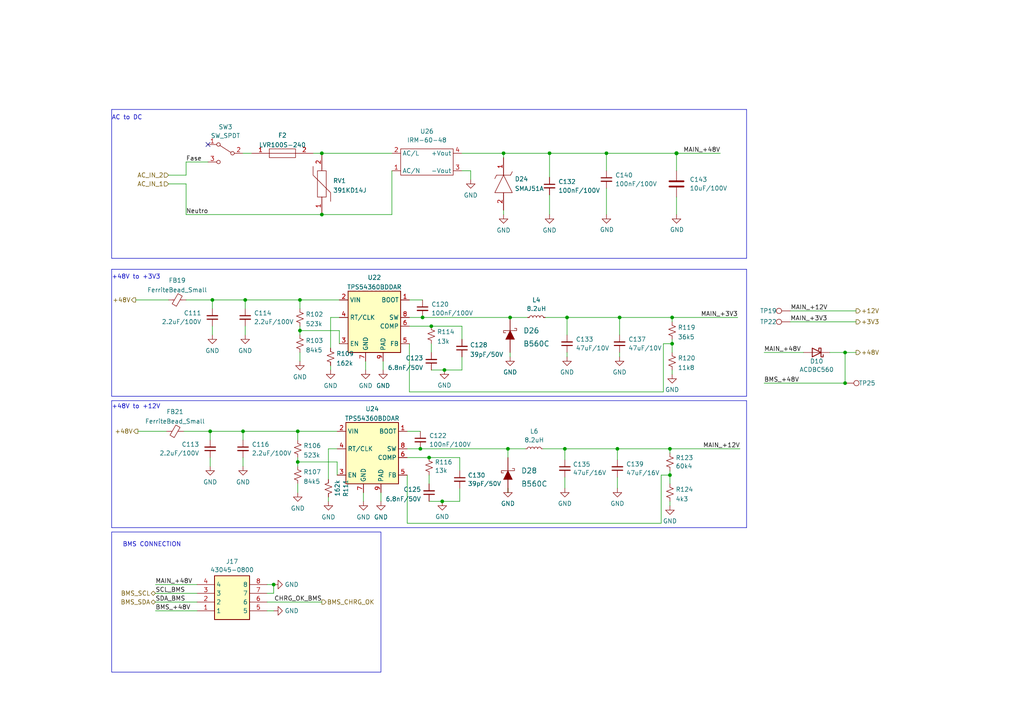
<source format=kicad_sch>
(kicad_sch (version 20230121) (generator eeschema)
  (paper "A4")
  (lib_symbols
    (symbol "B560C-13-F_1" (pin_numbers hide) (pin_names (offset 0) hide)
      (property "Reference" "D11" (at 1.27 -3.81 90))
      (property "Value" "B560C" (at -2.54 -3.81 90))
      (symbol "B560C-13-F_1_0_1"
        (polyline (pts (xy 1.27 1.27) (xy 1.27 -1.27)))
        (polyline (pts (xy -1.27 1.27) (xy -1.27 -1.27) (xy 1.27 0) (xy -1.27 1.27)) (fill (type outline)))
        (polyline (pts (xy 1.27 -1.27) (xy 1.27 -1.905) (xy 1.905 -1.905) (xy 1.905 -1.27)))
        (polyline (pts (xy 1.27 1.27) (xy 1.27 1.905) (xy 0.635 1.905) (xy 0.635 1.27)))
      )
      (symbol "B560C-13-F_1_1_1"
        (pin passive line (at 5.08 0 180) (length 3.81) (name "K") (number "1"))
        (pin passive line (at -5.08 0 0) (length 3.81) (name "A") (number "2"))
      )
    )
    (symbol "Connector:43045-0800"
      (property "Reference" "J" (at 16.51 7.62 0))
      (property "Value" "43045-0800" (at 16.51 5.08 0))
      (symbol "43045-0800_1_1"
        (rectangle (start 5.08 2.54) (end 15.24 -10.16) (stroke (width 0.254)) (fill (type background)))
        (pin passive line (at 0 -7.62 0) (length 5.08) (name "1") (number "1"))
        (pin passive line (at 0 -5.08 0) (length 5.08) (name "2") (number "2"))
        (pin passive line (at 0 -2.54 0) (length 5.08) (name "3") (number "3"))
        (pin passive line (at 0 0 0) (length 5.08) (name "4") (number "4"))
        (pin passive line (at 20.32 -7.62 180) (length 5.08) (name "5") (number "5"))
        (pin passive line (at 20.32 -5.08 180) (length 5.08) (name "6") (number "6"))
        (pin passive line (at 20.32 -2.54 180) (length 5.08) (name "7") (number "7"))
        (pin passive line (at 20.32 0 180) (length 5.08) (name "8") (number "8"))
      )
    )
    (symbol "Connector:TestPoint" (pin_numbers hide) (pin_names (offset 0.762) hide)
      (property "Reference" "TP" (at 0 6.858 0))
      (property "Value" "TestPoint" (at 0 5.08 0))
      (symbol "TestPoint_0_1"
        (circle (center 0 3.302) (radius 0.762))
      )
      (symbol "TestPoint_1_1"
        (pin passive line (at 0 0 90) (length 2.54) (name "1") (number "1"))
      )
    )
    (symbol "Device:C" (pin_numbers hide) (pin_names (offset 0.254))
      (property "Reference" "C" (at 0.635 2.54 0))
      (property "Value" "C" (at 0.635 -2.54 0))
      (symbol "C_0_1"
        (polyline (pts (xy -2.032 -0.762) (xy 2.032 -0.762)) (stroke (width 0.508)))
        (polyline (pts (xy -2.032 0.762) (xy 2.032 0.762)) (stroke (width 0.508)))
      )
      (symbol "C_1_1"
        (pin passive line (at 0 3.81 270) (length 2.794) (name "~") (number "1"))
        (pin passive line (at 0 -3.81 90) (length 2.794) (name "~") (number "2"))
      )
    )
    (symbol "Device:C_Small" (pin_numbers hide) (pin_names (offset 0.254) hide)
      (property "Reference" "C" (at 0.254 1.778 0))
      (property "Value" "C_Small" (at 0.254 -2.032 0))
      (symbol "C_Small_0_1"
        (polyline (pts (xy -1.524 -0.508) (xy 1.524 -0.508)) (stroke (width 0.3302)))
        (polyline (pts (xy -1.524 0.508) (xy 1.524 0.508)) (stroke (width 0.3048)))
      )
      (symbol "C_Small_1_1"
        (pin passive line (at 0 2.54 270) (length 2.032) (name "~") (number "1"))
        (pin passive line (at 0 -2.54 90) (length 2.032) (name "~") (number "2"))
      )
    )
    (symbol "Device:D_Schottky" (pin_numbers hide) (pin_names (offset 1.016) hide)
      (property "Reference" "D" (at 0 2.54 0))
      (property "Value" "D_Schottky" (at 0 -2.54 0))
      (symbol "D_Schottky_0_1"
        (polyline (pts (xy 1.27 0) (xy -1.27 0)))
        (polyline (pts (xy 1.27 1.27) (xy 1.27 -1.27) (xy -1.27 0) (xy 1.27 1.27)) (stroke (width 0.254)))
        (polyline (pts (xy -1.905 0.635) (xy -1.905 1.27) (xy -1.27 1.27) (xy -1.27 -1.27) (xy -0.635 -1.27) (xy -0.635 -0.635)) (stroke (width 0.254)))
      )
      (symbol "D_Schottky_1_1"
        (pin passive line (at -3.81 0 0) (length 2.54) (name "K") (number "1"))
        (pin passive line (at 3.81 0 180) (length 2.54) (name "A") (number "2"))
      )
    )
    (symbol "Device:FerriteBead_Small" (pin_numbers hide) (pin_names (offset 0))
      (property "Reference" "FB" (at 1.905 1.27 0))
      (property "Value" "FerriteBead_Small" (at 1.905 -1.27 0))
      (symbol "FerriteBead_Small_0_1"
        (polyline (pts (xy 0 -1.27) (xy 0 -0.7874)))
        (polyline (pts (xy 0 0.889) (xy 0 1.2954)))
        (polyline (pts (xy -1.8288 0.2794) (xy -1.1176 1.4986) (xy 1.8288 -0.2032) (xy 1.1176 -1.4224) (xy -1.8288 0.2794)))
      )
      (symbol "FerriteBead_Small_1_1"
        (pin passive line (at 0 2.54 270) (length 1.27) (name "~") (number "1"))
        (pin passive line (at 0 -2.54 90) (length 1.27) (name "~") (number "2"))
      )
    )
    (symbol "Device:R_Small_US" (pin_numbers hide) (pin_names (offset 0.254) hide)
      (property "Reference" "R" (at 0.762 0.508 0))
      (property "Value" "R_Small_US" (at 0.762 -1.016 0))
      (symbol "R_Small_US_1_1"
        (polyline (pts (xy 0 0) (xy 1.016 -0.381) (xy 0 -0.762) (xy -1.016 -1.143) (xy 0 -1.524)))
        (polyline (pts (xy 0 1.524) (xy 1.016 1.143) (xy 0 0.762) (xy -1.016 0.381) (xy 0 0)))
        (pin passive line (at 0 2.54 270) (length 1.016) (name "~") (number "1"))
        (pin passive line (at 0 -2.54 90) (length 1.016) (name "~") (number "2"))
      )
    )
    (symbol "Power_Protection:ERZ-E11A391SC" (pin_names (offset 0.762))
      (property "Reference" "RV" (at 13.97 6.35 0))
      (property "Value" "ERZ-E11A391SC" (at 13.97 3.81 0))
      (symbol "ERZ-E11A391SC_0_0"
        (pin passive line (at 0 0 0) (length 5.08) (name "~") (number "1"))
        (pin passive line (at 17.78 0 180) (length 5.08) (name "~") (number "2"))
      )
      (symbol "ERZ-E11A391SC_0_1"
        (polyline (pts (xy 3.81 -2.54) (xy 6.35 -2.54) (xy 11.43 2.54) (xy 13.97 2.54)) (stroke (width 0.1524)))
        (polyline (pts (xy 5.08 1.27) (xy 12.7 1.27) (xy 12.7 -1.27) (xy 5.08 -1.27) (xy 5.08 1.27)) (stroke (width 0.1524)))
      )
    )
    (symbol "Power_Protection:LVR100S-240" (pin_names (offset 0.762))
      (property "Reference" "F" (at 13.97 6.35 0))
      (property "Value" "LVR100S-240" (at 13.97 3.81 0))
      (symbol "LVR100S-240_0_0"
        (pin passive line (at 0 0 0) (length 5.08) (name "~") (number "1"))
        (pin passive line (at 17.78 0 180) (length 5.08) (name "~") (number "2"))
      )
      (symbol "LVR100S-240_0_1"
        (polyline (pts (xy 5.08 0) (xy 12.7 0)) (stroke (width 0.1524)))
        (polyline (pts (xy 5.08 1.27) (xy 12.7 1.27) (xy 12.7 -1.27) (xy 5.08 -1.27) (xy 5.08 1.27)) (stroke (width 0.1524)))
      )
    )
    (symbol "Power_Protection:SMAJ58A" (pin_names (offset 0.762))
      (property "Reference" "D" (at 10.16 8.89 0))
      (property "Value" "SMAJ58A" (at 10.16 6.35 0))
      (symbol "SMAJ58A_0_0"
        (pin passive line (at 0 0 0) (length 5.08) (name "~") (number "1"))
        (pin passive line (at 15.24 0 180) (length 5.08) (name "~") (number "2"))
      )
      (symbol "SMAJ58A_0_1"
        (polyline (pts (xy 4.064 2.54) (xy 5.08 2.032)) (stroke (width 0.1524)))
        (polyline (pts (xy 5.08 -2.032) (xy 5.08 2.032)) (stroke (width 0.1524)))
        (polyline (pts (xy 5.08 -2.032) (xy 6.096 -2.54)) (stroke (width 0.1524)))
        (polyline (pts (xy 5.08 0) (xy 10.16 2.54) (xy 10.16 -2.54) (xy 5.08 0)) (stroke (width 0.1524)))
      )
    )
    (symbol "device:C_Small" (pin_numbers hide) (pin_names (offset 0.254) hide)
      (property "Reference" "C" (at 0.254 1.778 0))
      (property "Value" "C_Small" (at 0.254 -2.032 0))
      (symbol "C_Small_0_1"
        (polyline (pts (xy -1.524 -0.508) (xy 1.524 -0.508)) (stroke (width 0.3302)))
        (polyline (pts (xy -1.524 0.508) (xy 1.524 0.508)) (stroke (width 0.3048)))
      )
      (symbol "C_Small_1_1"
        (pin passive line (at 0 2.54 270) (length 2.032) (name "~") (number "1"))
        (pin passive line (at 0 -2.54 90) (length 2.032) (name "~") (number "2"))
      )
    )
    (symbol "device:L_Small" (pin_numbers hide) (pin_names (offset 0.254) hide)
      (property "Reference" "L" (at 0.762 1.016 0))
      (property "Value" "L_Small" (at 0.762 -1.016 0))
      (symbol "L_Small_0_1"
        (arc (start 0 -2.032) (mid 0.5058 -1.524) (end 0 -1.016))
        (arc (start 0 -1.016) (mid 0.5058 -0.508) (end 0 0))
        (arc (start 0 0) (mid 0.5058 0.508) (end 0 1.016))
        (arc (start 0 1.016) (mid 0.5058 1.524) (end 0 2.032))
      )
      (symbol "L_Small_1_1"
        (pin passive line (at 0 2.54 270) (length 0.508) (name "~") (number "1"))
        (pin passive line (at 0 -2.54 90) (length 0.508) (name "~") (number "2"))
      )
    )
    (symbol "dk_Diodes-Rectifiers-Single:B560C-13-F" (pin_numbers hide) (pin_names (offset 0) hide)
      (property "Reference" "D" (at 0 2.54 0))
      (property "Value" "B560C-13-F" (at 1.27 -3.81 0))
      (symbol "B560C-13-F_0_1"
        (polyline (pts (xy 1.27 1.27) (xy 1.27 -1.27)))
        (polyline (pts (xy -1.27 1.27) (xy -1.27 -1.27) (xy 1.27 0) (xy -1.27 1.27)) (fill (type outline)))
        (polyline (pts (xy 1.27 -1.27) (xy 1.27 -1.905) (xy 1.905 -1.905) (xy 1.905 -1.27)))
        (polyline (pts (xy 1.27 1.27) (xy 1.27 1.905) (xy 0.635 1.905) (xy 0.635 1.27)))
      )
      (symbol "B560C-13-F_1_1"
        (pin passive line (at -5.08 0 0) (length 3.81) (name "~") (number "A"))
        (pin passive line (at 5.08 0 180) (length 3.81) (name "~") (number "K"))
      )
    )
    (symbol "gabriel:IRM-90"
      (property "Reference" "U" (at 0 3.81 0))
      (property "Value" "IRM-90" (at 0 1.27 0))
      (symbol "IRM-90_0_1"
        (rectangle (start -7.62 0) (end 7.62 -7.62) (stroke (width 0.1524)))
      )
      (symbol "IRM-90_1_1"
        (pin input line (at -10.16 -6.35 0) (length 2.54) (name "AC/N") (number "1"))
        (pin input line (at -10.16 -1.27 0) (length 2.54) (name "AC/L") (number "2"))
        (pin input line (at 10.16 -6.35 180) (length 2.54) (name "-Vout") (number "3"))
        (pin input line (at 10.16 -1.27 180) (length 2.54) (name "+Vout") (number "4"))
      )
    )
    (symbol "gabriel:TPS54360BDDAR"
      (property "Reference" "U" (at 0 0 0))
      (property "Value" "TPS54360BDDAR" (at 0 -2.54 0))
      (symbol "TPS54360BDDAR_0_1"
        (rectangle (start -7.62 -5.08) (end 7.62 -22.86) (stroke (width 0.254)) (fill (type background)))
      )
      (symbol "TPS54360BDDAR_1_1"
        (pin input line (at 10.16 -7.62 180) (length 2.54) (name "BOOT") (number "1"))
        (pin input line (at -10.16 -7.62 0) (length 2.54) (name "VIN") (number "2"))
        (pin input line (at -10.16 -20.32 0) (length 2.54) (name "EN") (number "3"))
        (pin input line (at -10.16 -12.7 0) (length 2.54) (name "RT/CLK") (number "4"))
        (pin input line (at 10.16 -20.32 180) (length 2.54) (name "FB") (number "5"))
        (pin passive line (at 10.16 -15.24 180) (length 2.54) (name "COMP") (number "6"))
        (pin power_in line (at -2.54 -25.4 90) (length 2.54) (name "GND") (number "7"))
        (pin output line (at 10.16 -12.7 180) (length 2.54) (name "SW") (number "8"))
        (pin passive line (at 2.54 -25.4 90) (length 2.54) (name "PAD") (number "9"))
      )
    )
    (symbol "power:GND" (power) (pin_names (offset 0))
      (property "Value" "GND" (at 0 -3.81 0))
      (symbol "GND_0_1"
        (polyline (pts (xy 0 0) (xy 0 -1.27) (xy 1.27 -1.27) (xy 0 -2.54) (xy -1.27 -1.27) (xy 0 -1.27)))
      )
      (symbol "GND_1_1"
        (pin power_in line (at 0 0 270) (length 0) hide (name "GND") (number "1"))
      )
    )
    (symbol "switches:SW_SPDT" (pin_names (offset 0) hide)
      (property "Reference" "SW" (at 0 4.318 0))
      (property "Value" "SW_SPDT" (at 0 -5.08 0))
      (symbol "SW_SPDT_0_0"
        (circle (center -2.032 0) (radius 0.508))
        (circle (center 2.032 -2.54) (radius 0.508))
      )
      (symbol "SW_SPDT_0_1"
        (polyline (pts (xy -1.524 0.254) (xy 1.651 2.286)))
        (circle (center 2.032 2.54) (radius 0.508))
      )
      (symbol "SW_SPDT_1_1"
        (pin passive line (at 5.08 2.54 180) (length 2.54) (name "A") (number "1"))
        (pin passive line (at -5.08 0 0) (length 2.54) (name "B") (number "2"))
        (pin passive line (at 5.08 -2.54 180) (length 2.54) (name "C") (number "3"))
      )
    )
  )
  (junction (at 245.11 111.125))
  (junction (at 163.83 130.175))
  (junction (at 146.05 44.45))
  (junction (at 164.465 92.075))
  (junction (at 194.31 130.175))
  (junction (at 147.32 130.175))
  (junction (at 128.905 107.315))
  (junction (at 70.485 125.095))
  (junction (at 196.215 44.45) (diameter 1.016))
  (junction (at 86.995 95.885))
  (junction (at 71.12 86.995))
  (junction (at 124.46 132.715))
  (junction (at 159.385 44.45))
  (junction (at 245.11 102.235))
  (junction (at 194.31 137.795))
  (junction (at 128.27 145.415))
  (junction (at 179.705 92.075))
  (junction (at 86.36 133.985))
  (junction (at 93.345 44.45))
  (junction (at 147.955 92.075))
  (junction (at 121.92 130.175))
  (junction (at 79.375 169.545))
  (junction (at 194.945 99.695))
  (junction (at 125.095 94.615))
  (junction (at 86.995 86.995))
  (junction (at 179.07 130.175))
  (junction (at 194.945 92.075))
  (junction (at 86.36 125.095))
  (junction (at 93.345 62.23))
  (junction (at 122.555 92.075))
  (junction (at 61.595 86.995))
  (junction (at 60.96 125.095))
  (junction (at 175.895 44.45))
  (no_connect (at 60.325 41.91))
  (polyline (pts (xy 32.385 78.105) (xy 32.385 114.935)))
  (wire (pts (xy 106.045 104.775) (xy 106.045 107.315)))
  (wire (pts (xy 136.525 49.53) (xy 133.985 49.53)))
  (wire (pts (xy 179.07 130.175) (xy 163.83 130.175)))
  (wire (pts (xy 118.11 132.715) (xy 124.46 132.715)))
  (wire (pts (xy 175.895 54.61) (xy 175.895 62.23)))
  (wire (pts (xy 147.955 102.235) (xy 147.955 103.505)))
  (wire (pts (xy 70.485 125.095) (xy 70.485 127.635)))
  (wire (pts (xy 95.885 92.075) (xy 95.885 100.965)))
  (wire (pts (xy 86.995 102.235) (xy 86.995 104.775)))
  (wire (pts (xy 118.745 113.665) (xy 118.745 99.695)))
  (polyline (pts (xy 216.535 116.205) (xy 32.385 116.205)))
  (wire (pts (xy 97.79 133.985) (xy 97.79 137.795)))
  (polyline (pts (xy 32.385 116.205) (xy 32.385 153.035)))
  (wire (pts (xy 191.77 137.795) (xy 191.77 151.765)))
  (wire (pts (xy 86.36 125.095) (xy 86.36 127.635)))
  (wire (pts (xy 45.085 174.625) (xy 57.15 174.625)))
  (polyline (pts (xy 216.535 74.93) (xy 216.535 31.75)))
  (wire (pts (xy 95.885 106.045) (xy 95.885 107.315)))
  (wire (pts (xy 124.46 132.715) (xy 133.35 132.715)))
  (wire (pts (xy 125.095 99.695) (xy 125.095 102.235)))
  (wire (pts (xy 164.465 92.075) (xy 158.115 92.075)))
  (wire (pts (xy 133.985 107.315) (xy 133.985 103.505)))
  (wire (pts (xy 86.995 86.995) (xy 86.995 89.535)))
  (wire (pts (xy 111.125 104.775) (xy 111.125 107.315)))
  (wire (pts (xy 60.96 125.095) (xy 60.96 127.635)))
  (wire (pts (xy 86.995 95.885) (xy 98.425 95.885)))
  (polyline (pts (xy 216.535 114.935) (xy 216.535 78.105)))
  (wire (pts (xy 146.05 45.72) (xy 146.05 44.45)))
  (wire (pts (xy 93.345 44.45) (xy 113.665 44.45)))
  (wire (pts (xy 163.83 130.175) (xy 157.48 130.175)))
  (wire (pts (xy 70.485 132.715) (xy 70.485 135.255)))
  (wire (pts (xy 95.25 144.145) (xy 95.25 145.415)))
  (wire (pts (xy 194.945 99.695) (xy 192.405 99.695)))
  (wire (pts (xy 179.705 92.075) (xy 164.465 92.075)))
  (wire (pts (xy 124.46 145.415) (xy 128.27 145.415)))
  (wire (pts (xy 70.485 44.45) (xy 73.025 44.45)))
  (wire (pts (xy 194.945 99.695) (xy 194.945 102.235)))
  (wire (pts (xy 86.36 140.335) (xy 86.36 142.875)))
  (wire (pts (xy 86.995 94.615) (xy 86.995 95.885)))
  (polyline (pts (xy 32.385 31.75) (xy 32.385 74.93)))
  (wire (pts (xy 39.37 86.995) (xy 48.895 86.995)))
  (wire (pts (xy 133.35 132.715) (xy 133.35 136.525)))
  (wire (pts (xy 229.235 90.17) (xy 248.285 90.17)))
  (wire (pts (xy 61.595 94.615) (xy 61.595 97.155)))
  (wire (pts (xy 113.665 49.53) (xy 113.665 62.23)))
  (wire (pts (xy 53.975 86.995) (xy 61.595 86.995)))
  (wire (pts (xy 179.07 138.43) (xy 179.07 141.605)))
  (wire (pts (xy 45.085 169.545) (xy 57.15 169.545)))
  (wire (pts (xy 77.47 172.085) (xy 79.375 172.085)))
  (wire (pts (xy 71.12 94.615) (xy 71.12 97.155)))
  (polyline (pts (xy 32.385 78.105) (xy 32.385 78.105)))
  (wire (pts (xy 194.31 130.175) (xy 179.07 130.175)))
  (wire (pts (xy 53.975 46.99) (xy 60.325 46.99)))
  (polyline (pts (xy 32.385 74.93) (xy 216.535 74.93)))
  (wire (pts (xy 122.555 92.075) (xy 147.955 92.075)))
  (wire (pts (xy 128.905 107.315) (xy 133.985 107.315)))
  (wire (pts (xy 77.47 174.625) (xy 93.345 174.625)))
  (wire (pts (xy 48.895 53.34) (xy 53.975 53.34)))
  (wire (pts (xy 194.945 107.315) (xy 194.945 108.585)))
  (wire (pts (xy 48.895 50.8) (xy 53.975 50.8)))
  (wire (pts (xy 175.895 44.45) (xy 196.215 44.45)))
  (wire (pts (xy 179.705 102.235) (xy 179.705 103.505)))
  (wire (pts (xy 105.41 142.875) (xy 105.41 145.415)))
  (wire (pts (xy 133.35 145.415) (xy 133.35 141.605)))
  (wire (pts (xy 118.11 151.765) (xy 118.11 137.795)))
  (polyline (pts (xy 216.535 153.035) (xy 216.535 116.205)))
  (wire (pts (xy 118.745 86.995) (xy 122.555 86.995)))
  (wire (pts (xy 245.11 111.125) (xy 245.11 102.235)))
  (wire (pts (xy 194.31 145.415) (xy 194.31 146.685)))
  (wire (pts (xy 124.46 137.795) (xy 124.46 140.335)))
  (wire (pts (xy 71.12 86.995) (xy 71.12 89.535)))
  (wire (pts (xy 133.985 94.615) (xy 133.985 98.425)))
  (wire (pts (xy 53.975 53.34) (xy 53.975 62.23)))
  (wire (pts (xy 159.385 44.45) (xy 159.385 51.435)))
  (wire (pts (xy 98.425 95.885) (xy 98.425 99.695)))
  (wire (pts (xy 70.485 125.095) (xy 86.36 125.095)))
  (wire (pts (xy 196.215 49.53) (xy 196.215 44.45)))
  (wire (pts (xy 90.805 44.45) (xy 93.345 44.45)))
  (wire (pts (xy 110.49 142.875) (xy 110.49 145.415)))
  (wire (pts (xy 191.77 151.765) (xy 118.11 151.765)))
  (wire (pts (xy 194.31 137.795) (xy 191.77 137.795)))
  (wire (pts (xy 60.96 132.715) (xy 60.96 135.255)))
  (wire (pts (xy 163.83 138.43) (xy 163.83 141.605)))
  (wire (pts (xy 192.405 99.695) (xy 192.405 113.665)))
  (wire (pts (xy 86.995 86.995) (xy 98.425 86.995)))
  (wire (pts (xy 45.085 172.085) (xy 57.15 172.085)))
  (wire (pts (xy 229.235 93.345) (xy 248.285 93.345)))
  (polyline (pts (xy 32.385 153.035) (xy 216.535 153.035)))
  (polyline (pts (xy 32.385 114.935) (xy 216.535 114.935)))
  (wire (pts (xy 194.945 93.345) (xy 194.945 92.075)))
  (wire (pts (xy 118.11 130.175) (xy 121.92 130.175)))
  (wire (pts (xy 118.11 125.095) (xy 121.92 125.095)))
  (polyline (pts (xy 32.385 31.75) (xy 216.535 31.75)))
  (wire (pts (xy 133.985 44.45) (xy 146.05 44.45)))
  (polyline (pts (xy 216.535 78.105) (xy 32.385 78.105)))
  (wire (pts (xy 147.32 132.715) (xy 147.32 130.175)))
  (wire (pts (xy 159.385 44.45) (xy 175.895 44.45)))
  (wire (pts (xy 146.05 44.45) (xy 159.385 44.45)))
  (wire (pts (xy 77.47 177.165) (xy 79.375 177.165)))
  (wire (pts (xy 194.31 130.175) (xy 214.63 130.175)))
  (wire (pts (xy 125.095 94.615) (xy 133.985 94.615)))
  (wire (pts (xy 60.96 125.095) (xy 70.485 125.095)))
  (wire (pts (xy 121.92 130.175) (xy 147.32 130.175)))
  (wire (pts (xy 86.995 95.885) (xy 86.995 97.155)))
  (wire (pts (xy 221.615 102.235) (xy 233.045 102.235)))
  (wire (pts (xy 194.945 92.075) (xy 213.995 92.075)))
  (wire (pts (xy 194.31 137.795) (xy 194.31 140.335)))
  (wire (pts (xy 86.36 132.715) (xy 86.36 133.985)))
  (wire (pts (xy 61.595 86.995) (xy 71.12 86.995)))
  (wire (pts (xy 159.385 56.515) (xy 159.385 62.23)))
  (wire (pts (xy 179.07 130.175) (xy 179.07 133.35)))
  (wire (pts (xy 194.31 136.525) (xy 194.31 137.795)))
  (wire (pts (xy 164.465 97.155) (xy 164.465 92.075)))
  (wire (pts (xy 95.25 130.175) (xy 95.25 139.065)))
  (wire (pts (xy 98.425 92.075) (xy 95.885 92.075)))
  (wire (pts (xy 118.745 92.075) (xy 122.555 92.075)))
  (wire (pts (xy 192.405 113.665) (xy 118.745 113.665)))
  (wire (pts (xy 79.375 172.085) (xy 79.375 169.545)))
  (wire (pts (xy 53.975 62.23) (xy 93.345 62.23)))
  (wire (pts (xy 113.665 62.23) (xy 93.345 62.23)))
  (wire (pts (xy 136.525 49.53) (xy 136.525 52.07)))
  (wire (pts (xy 86.36 125.095) (xy 97.79 125.095)))
  (wire (pts (xy 86.36 133.985) (xy 86.36 135.255)))
  (wire (pts (xy 53.975 46.99) (xy 53.975 50.8)))
  (wire (pts (xy 128.27 145.415) (xy 133.35 145.415)))
  (wire (pts (xy 175.895 44.45) (xy 175.895 49.53)))
  (wire (pts (xy 240.665 102.235) (xy 245.11 102.235)))
  (wire (pts (xy 53.34 125.095) (xy 60.96 125.095)))
  (wire (pts (xy 221.615 111.125) (xy 245.11 111.125)))
  (wire (pts (xy 164.465 102.235) (xy 164.465 103.505)))
  (wire (pts (xy 196.215 44.45) (xy 208.915 44.45)))
  (wire (pts (xy 45.085 177.165) (xy 57.15 177.165)))
  (wire (pts (xy 40.005 125.095) (xy 48.26 125.095)))
  (wire (pts (xy 194.945 98.425) (xy 194.945 99.695)))
  (wire (pts (xy 86.36 133.985) (xy 97.79 133.985)))
  (wire (pts (xy 147.955 92.075) (xy 153.035 92.075)))
  (wire (pts (xy 147.32 130.175) (xy 152.4 130.175)))
  (wire (pts (xy 118.745 94.615) (xy 125.095 94.615)))
  (wire (pts (xy 245.11 102.235) (xy 248.285 102.235)))
  (wire (pts (xy 194.31 131.445) (xy 194.31 130.175)))
  (wire (pts (xy 163.83 133.35) (xy 163.83 130.175)))
  (wire (pts (xy 179.705 92.075) (xy 179.705 97.155)))
  (wire (pts (xy 147.32 142.875) (xy 147.32 141.605)))
  (wire (pts (xy 77.47 169.545) (xy 79.375 169.545)))
  (wire (pts (xy 194.945 92.075) (xy 179.705 92.075)))
  (wire (pts (xy 196.215 62.23) (xy 196.215 57.15)))
  (wire (pts (xy 146.05 62.23) (xy 146.05 60.96)))
  (wire (pts (xy 125.095 107.315) (xy 128.905 107.315)))
  (wire (pts (xy 71.12 86.995) (xy 86.995 86.995)))
  (wire (pts (xy 97.79 130.175) (xy 95.25 130.175)))
  (wire (pts (xy 61.595 86.995) (xy 61.595 89.535)))
  (rectangle (start 32.385 154.305) (end 110.49 194.945))
  (text "BMS CONNECTION\n" (at 35.56 158.75 0) (effects (font (size 1.27 1.27)) (justify left bottom)))
  (text "AC to DC" (at 32.385 34.925 0) (effects (font (size 1.27 1.27)) (justify left bottom)))
  (text "+48V to +12V\n" (at 32.385 118.745 0) (effects (font (size 1.27 1.27)) (justify left bottom)))
  (text "+48V to +3V3\n\n" (at 32.385 83.185 0) (effects (font (size 1.27 1.27)) (justify left bottom)))
  (label "Fase" (at 53.975 46.99 0))
  (label "MAIN_+48V" (at 208.915 44.45 180))
  (label "SDA_BMS" (at 45.085 174.625 0))
  (label "MAIN_+3V3" (at 229.235 93.345 0))
  (label "BMS_+48V" (at 45.085 177.165 0))
  (label "MAIN_+12V" (at 214.63 130.175 180))
  (label "MAIN_+3V3" (at 213.995 92.075 180))
  (label "MAIN_+12V" (at 240.03 90.17 180))
  (label "SCL_BMS" (at 45.085 172.085 0))
  (label "MAIN_+48V" (at 45.085 169.545 0))
  (label "Neutro" (at 53.975 62.23 0))
  (label "MAIN_+48V" (at 221.615 102.235 0))
  (label "BMS_+48V" (at 221.615 111.125 0))
  (label "CHRG_OK_BMS" (at 93.345 174.625 180))
  (hierarchical_label "BMS_SDA" (shape bidirectional) (at 45.085 174.625 180))
  (hierarchical_label "BMS_SCL" (shape bidirectional) (at 45.085 172.085 180))
  (hierarchical_label "+12V" (shape output) (at 248.285 90.17 0))
  (hierarchical_label "AC_IN_1" (shape input) (at 48.895 53.34 180))
  (hierarchical_label "AC_IN_2" (shape input) (at 48.895 50.8 180))
  (hierarchical_label "+48V" (shape output) (at 39.37 86.995 180))
  (hierarchical_label "BMS_CHRG_OK" (shape output) (at 93.345 174.625 0))
  (hierarchical_label "+48V" (shape output) (at 40.005 125.095 180))
  (hierarchical_label "+3V3" (shape output) (at 248.285 93.345 0))
  (hierarchical_label "+48V" (shape output) (at 248.285 102.235 0))
  (symbol (lib_id "power:GND") (at 71.12 97.155 0) (unit 1)
    (property "Reference" "#PWR092" (effects hide))
    (property "Value" "GND" (at 71.12 101.7175 0))
  )
  (symbol (lib_id "Device:C") (at 196.215 53.34 0) (unit 1)
    (property "Reference" "C143" (at 200.025 52.0699 0) (effects (justify left)))
    (property "Value" "10uF/100V" (at 200.025 54.6099 0) (effects (justify left)))
    (property "Footprint" "Capacitor_SMD:C_2220_5650Metric" (effects hide))
    (property "LCSC Part" "C2843466" (effects hide))
  )
  (symbol (lib_id "power:GND") (at 128.27 145.415 0) (unit 1)
    (property "Reference" "#PWR0116" (effects hide))
    (property "Value" "GND" (at 128.27 149.86 0))
  )
  (symbol (lib_id "power:GND") (at 79.375 169.545 90) (unit 1)
    (property "Reference" "#PWR077" (effects hide))
    (property "Value" "GND" (at 82.55 169.545 90) (effects (justify right)))
  )
  (symbol (lib_id "power:GND") (at 95.885 107.315 0) (unit 1)
    (property "Reference" "#PWR0102" (effects hide))
    (property "Value" "GND" (at 95.885 111.8775 0))
  )
  (symbol (lib_id "Device:R_Small_US") (at 194.31 142.875 0) (unit 1)
    (property "Reference" "R124" (at 195.961 141.9665 0) (effects (justify left)))
    (property "Value" "4k3" (at 195.961 144.7416 0) (effects (justify left)))
    (property "Footprint" "Resistor_SMD:R_0402_1005Metric" (effects hide))
    (property "LCSC Part" "C23159" (effects hide))
  )
  (symbol (lib_id "power:GND") (at 79.375 177.165 90) (unit 1)
    (property "Reference" "#PWR078" (effects hide))
    (property "Value" "GND" (at 82.55 177.165 90) (effects (justify right)))
  )
  (symbol (lib_id "Device:R_Small_US") (at 86.36 137.795 0) (unit 1)
    (property "Reference" "R107" (at 88.011 136.8865 0) (effects (justify left)))
    (property "Value" "84k5" (at 88.011 139.6616 0) (effects (justify left)))
    (property "Footprint" "Resistor_SMD:R_0402_1005Metric" (effects hide))
    (property "LCSC Part" "C403376" (effects hide))
  )
  (symbol (lib_id "power:GND") (at 179.705 103.505 0) (unit 1)
    (property "Reference" "#PWR0130" (effects hide))
    (property "Value" "GND" (at 179.705 107.95 0))
  )
  (symbol (lib_id "device:C_Small") (at 125.095 104.775 0) (mirror x) (unit 1)
    (property "Reference" "C123" (at 122.7709 103.8601 0) (effects (justify right)))
    (property "Value" "6.8nF/50V" (at 122.7709 106.6352 0) (effects (justify right)))
    (property "Footprint" "Capacitor_SMD:C_0402_1005Metric" (effects hide))
    (property "LCSC Part" "C123518" (effects hide))
  )
  (symbol (lib_id "Device:C_Small") (at 61.595 92.075 0) (mirror x) (unit 1)
    (property "Reference" "C111" (at 58.42 90.7985 0) (effects (justify right)))
    (property "Value" "2.2uF/100V" (at 58.42 93.3385 0) (effects (justify right)))
    (property "Footprint" "Capacitor_SMD:C_1206_3216Metric" (effects hide))
    (property "Datasheet" "https://datasheet.lcsc.com/lcsc/2007130933_Samsung-Electro-Mechanics-CL31B225KCHSNNE_C170101.pdf" (effects hide))
    (property "LCSC Part" "C170101" (effects hide))
  )
  (symbol (lib_id "device:L_Small") (at 154.94 130.175 90) (unit 1)
    (property "Reference" "L6" (at 154.94 125.095 90))
    (property "Value" "8.2uH" (at 154.94 127.635 90))
    (property "Footprint" "Inductor_SMD:MHCC10040-8R2M-R7" (effects hide))
    (property "Datasheet" "https://datasheet.lcsc.com/lcsc/1912111437_Chilisin-Elec-MHCC10040-8R2M-R7_C285788.pdf" (effects hide))
    (property "LCSC Part" "C285788" (effects hide))
  )
  (symbol (lib_id "Device:R_Small_US") (at 86.36 130.175 0) (unit 1)
    (property "Reference" "R106" (at 88.011 129.2665 0) (effects (justify left)))
    (property "Value" "523k" (at 88.011 132.0416 0) (effects (justify left)))
    (property "Footprint" "Resistor_SMD:R_0402_1005Metric" (effects hide))
    (property "LCSC Part" "C23076" (effects hide))
  )
  (symbol (lib_id "Device:R_Small_US") (at 86.995 99.695 0) (unit 1)
    (property "Reference" "R103" (at 88.646 98.7865 0) (effects (justify left)))
    (property "Value" "84k5" (at 88.646 101.5616 0) (effects (justify left)))
    (property "Footprint" "Resistor_SMD:R_0402_1005Metric" (effects hide))
    (property "LCSC Part" "C403376" (effects hide))
  )
  (symbol (lib_id "power:GND") (at 159.385 62.23 0) (unit 1)
    (property "Reference" "#PWR0124" (effects hide))
    (property "Value" "GND" (at 159.385 66.7925 0))
  )
  (symbol (lib_id "device:C_Small") (at 133.35 139.065 0) (unit 1)
    (property "Reference" "C130" (at 135.6741 137.8592 0) (effects (justify left)))
    (property "Value" "39pF/50V" (at 135.6741 140.2834 0) (effects (justify left)))
    (property "Footprint" "Capacitor_SMD:C_0402_1005Metric" (effects hide))
    (property "LCSC Part" "C376784" (effects hide))
  )
  (symbol (lib_id "device:C_Small") (at 164.465 99.695 180) (unit 1)
    (property "Reference" "C133" (at 167.005 98.4249 0) (effects (justify right)))
    (property "Value" "47uF/10V" (at 167.005 100.9649 0) (effects (justify right)))
    (property "Footprint" "Capacitor_SMD:C_0805_2012Metric" (effects hide))
    (property "LCSC Part" "C94034" (effects hide))
  )
  (symbol (lib_id "power:GND") (at 163.83 141.605 0) (unit 1)
    (property "Reference" "#PWR0127" (effects hide))
    (property "Value" "GND" (at 163.83 146.05 0))
  )
  (symbol (lib_id "Device:C_Small") (at 159.385 53.975 0) (unit 1)
    (property "Reference" "C132" (at 161.925 52.7112 0) (effects (justify left)))
    (property "Value" "100nF/100V" (at 161.925 55.2512 0) (effects (justify left)))
    (property "Footprint" "Capacitor_SMD:C_0402_1005Metric" (effects hide))
    (property "LCSC Part" "C113803" (effects hide))
  )
  (symbol (lib_id "power:GND") (at 70.485 135.255 0) (unit 1)
    (property "Reference" "#PWR094" (effects hide))
    (property "Value" "GND" (at 70.485 139.8175 0))
  )
  (symbol (lib_id "power:GND") (at 105.41 145.415 0) (unit 1)
    (property "Reference" "#PWR0107" (effects hide))
    (property "Value" "GND" (at 105.41 149.9775 0))
  )
  (symbol (lib_id "power:GND") (at 86.36 142.875 0) (unit 1)
    (property "Reference" "#PWR0100" (effects hide))
    (property "Value" "GND" (at 86.36 147.4375 0))
  )
  (symbol (lib_id "power:GND") (at 175.895 62.23 0) (unit 1)
    (property "Reference" "#PWR0136" (effects hide))
    (property "Value" "GND" (at 176.022 66.6242 0))
  )
  (symbol (lib_id "Device:R_Small_US") (at 124.46 135.255 0) (unit 1)
    (property "Reference" "R116" (at 126.111 134.0429 0) (effects (justify left)))
    (property "Value" "13k" (at 126.111 136.4671 0) (effects (justify left)))
    (property "Footprint" "Resistor_SMD:R_0402_1005Metric" (effects hide))
    (property "LCSC Part" "C170711" (effects hide))
  )
  (symbol (lib_id "Device:C_Small") (at 122.555 89.535 0) (unit 1)
    (property "Reference" "C120" (at 125.095 88.2712 0) (effects (justify left)))
    (property "Value" "100nF/100V" (at 125.095 90.8112 0) (effects (justify left)))
    (property "Footprint" "Capacitor_SMD:C_0402_1005Metric" (effects hide))
    (property "LCSC Part" "C113803" (effects hide))
  )
  (symbol (lib_id "power:GND") (at 110.49 145.415 0) (unit 1)
    (property "Reference" "#PWR0111" (effects hide))
    (property "Value" "GND" (at 110.49 149.9775 0))
  )
  (symbol (lib_id "power:GND") (at 147.955 103.505 0) (unit 1)
    (property "Reference" "#PWR0121" (effects hide))
    (property "Value" "GND" (at 147.955 107.95 0))
  )
  (symbol (lib_id "power:GND") (at 106.045 107.315 0) (unit 1)
    (property "Reference" "#PWR0105" (effects hide))
    (property "Value" "GND" (at 106.045 111.8775 0))
  )
  (symbol (lib_id "dk_Diodes-Rectifiers-Single:B560C-13-F") (at 147.955 97.155 90) (unit 1)
    (property "Reference" "D26" (at 151.765 95.885 90) (effects (font (size 1.524 1.524)) (justify right)))
    (property "Value" "B560C" (at 151.765 99.695 90) (effects (font (size 1.524 1.524)) (justify right)))
    (property "Footprint" "digikey-footprints:DO-214AB" (effects hide))
    (property "Datasheet" "https://www.diodes.com/assets/Datasheets/ds13012.pdf" (effects hide))
    (property "Digi-Key_PN" "B560C-FDICT-ND" (effects hide))
    (property "MPN" "B560C-13-F" (effects hide))
    (property "Category" "Discrete Semiconductor Products" (effects hide))
    (property "Family" "Diodes - Rectifiers - Single" (effects hide))
    (property "DK_Datasheet_Link" "https://www.diodes.com/assets/Datasheets/ds13012.pdf" (effects hide))
    (property "DK_Detail_Page" "/product-detail/en/diodes-incorporated/B560C-13-F/B560C-FDICT-ND/768816" (effects hide))
    (property "Description" "DIODE SCHOTTKY 60V 5A SMC" (effects hide))
    (property "Manufacturer" "Diodes Incorporated" (effects hide))
    (property "Status" "Active" (effects hide))
    (property "LCSC Part" "C85100" (effects hide))
  )
  (symbol (lib_id "power:GND") (at 128.905 107.315 0) (unit 1)
    (property "Reference" "#PWR0114" (effects hide))
    (property "Value" "GND" (at 128.905 111.76 0))
  )
  (symbol (lib_id "power:GND") (at 61.595 97.155 0) (unit 1)
    (property "Reference" "#PWR089" (effects hide))
    (property "Value" "GND" (at 61.595 101.7175 0))
  )
  (symbol (lib_id "device:C_Small") (at 163.83 135.89 0) (unit 1)
    (property "Reference" "C135" (at 166.1541 134.6842 0) (effects (justify left)))
    (property "Value" "47uF/16V" (at 166.1541 137.1084 0) (effects (justify left)))
    (property "Footprint" "Capacitor_SMD:C_1206_3216Metric" (effects hide))
    (property "LCSC Part" "C172351" (effects hide))
  )
  (symbol (lib_id "Device:R_Small_US") (at 86.995 92.075 0) (unit 1)
    (property "Reference" "R102" (at 88.646 91.1665 0) (effects (justify left)))
    (property "Value" "523k" (at 88.646 93.9416 0) (effects (justify left)))
    (property "Footprint" "Resistor_SMD:R_0402_1005Metric" (effects hide))
    (property "LCSC Part" "C23076" (effects hide))
  )
  (symbol (lib_id "Device:R_Small_US") (at 125.095 97.155 0) (unit 1)
    (property "Reference" "R114" (at 126.746 96.2465 0) (effects (justify left)))
    (property "Value" "13k" (at 126.746 99.0216 0) (effects (justify left)))
    (property "Footprint" "Resistor_SMD:R_0402_1005Metric" (effects hide))
    (property "Field4" "C170711" (effects hide))
  )
  (symbol (lib_id "Power_Protection:SMAJ58A") (at 146.05 45.72 270) (unit 1)
    (property "Reference" "D24" (at 149.3012 51.9235 90) (effects (justify left)))
    (property "Value" "SMAJ51A" (at 149.3012 54.6986 90) (effects (justify left)))
    (property "Footprint" "Diode_SMD:D_SMA" (effects hide))
    (property "Datasheet" "https://componentsearchengine.com/Datasheets/2/SMAJ51A.pdf" (effects hide))
    (property "Description" "Littelfuse SMAJ51A Uni-Directional TVS Diode, 400W peak, 2-Pin DO-214AC" (effects hide))
    (property "Height" "2.29" (effects hide))
    (property "Manufacturer_Name" "LITTELFUSE" (effects hide))
    (property "Manufacturer_Part_Number" "SMAJ51A" (effects hide))
    (property "Mouser Part Number" "576-SMAJ51A" (effects hide))
    (property "Mouser Price/Stock" "https://www.mouser.co.uk/ProductDetail/Littelfuse/SMAJ51A?qs=2VFNtWizgiepPOMiS0Encw%3D%3D" (effects hide))
    (property "Arrow Part Number" "SMAJ51A" (effects hide))
    (property "Arrow Price/Stock" "https://www.arrow.com/en/products/smaj51a/littelfuse?region=nac" (effects hide))
    (property "LCSC Part" "C309894" (effects hide))
  )
  (symbol (lib_id "Device:FerriteBead_Small") (at 51.435 86.995 90) (unit 1)
    (property "Reference" "FB19" (at 51.3969 81.3267 90))
    (property "Value" "FerriteBead_Small" (at 51.3969 84.1018 90))
    (property "Footprint" "Inductor_SMD:L_0603_1608Metric" (effects hide))
    (property "Datasheet" "https://datasheet.lcsc.com/lcsc/1912111437_FH-Guangdong-Fenghua-Advanced-Tech-CBM160808U000T_C394410.pdf" (effects hide))
    (property "Field4" "C394410" (effects hide))
  )
  (symbol (lib_id "power:GND") (at 196.215 62.23 0) (unit 1)
    (property "Reference" "#PWR0139" (effects hide))
    (property "Value" "GND" (at 196.342 66.6242 0))
  )
  (symbol (lib_id "device:L_Small") (at 155.575 92.075 90) (unit 1)
    (property "Reference" "L4" (at 155.575 86.995 90))
    (property "Value" "8.2uH" (at 155.575 89.535 90))
    (property "Footprint" "Gabriel:MHCC10040-8R2M-R7" (effects hide))
    (property "Datasheet" "https://datasheet.lcsc.com/lcsc/1912111437_Chilisin-Elec-MHCC10040-8R2M-R7_C285788.pdf" (effects hide))
  )
  (symbol (lib_id "Device:C_Small") (at 60.96 130.175 0) (mirror x) (unit 1)
    (property "Reference" "C113" (at 57.785 128.8985 0) (effects (justify right)))
    (property "Value" "2.2uF/100V" (at 57.785 131.4385 0) (effects (justify right)))
    (property "Footprint" "Capacitor_SMD:C_1206_3216Metric" (effects hide))
    (property "Datasheet" "https://datasheet.lcsc.com/lcsc/2007130933_Samsung-Electro-Mechanics-CL31B225KCHSNNE_C170101.pdf" (effects hide))
    (property "LCSC Part" "C170101" (effects hide))
  )
  (symbol (lib_id "Device:R_Small_US") (at 194.31 133.985 180) (unit 1)
    (property "Reference" "R123" (at 195.961 132.7729 0) (effects (justify right)))
    (property "Value" "60k4" (at 195.961 135.1971 0) (effects (justify right)))
    (property "Footprint" "Resistor_SMD:R_0402_1005Metric" (effects hide))
    (property "LCSC Part" "C403296" (effects hide))
  )
  (symbol (lib_id "Device:R_Small_US") (at 95.25 141.605 0) (mirror y) (unit 1)
    (property "Reference" "R111" (at 100.2833 141.605 90))
    (property "Value" "162k" (at 97.8591 141.605 90))
    (property "Footprint" "Resistor_SMD:R_0402_1005Metric" (effects hide))
    (property "LCSC Part" "C403015" (effects hide))
  )
  (symbol (lib_id "power:GND") (at 95.25 145.415 0) (unit 1)
    (property "Reference" "#PWR0104" (effects hide))
    (property "Value" "GND" (at 95.25 149.9775 0))
  )
  (symbol (lib_id "power:GND") (at 111.125 107.315 0) (unit 1)
    (property "Reference" "#PWR0109" (effects hide))
    (property "Value" "GND" (at 111.125 111.8775 0))
  )
  (symbol (lib_id "Device:R_Small_US") (at 194.945 104.775 0) (unit 1)
    (property "Reference" "R120" (at 196.596 103.8665 0) (effects (justify left)))
    (property "Value" "11k8" (at 196.596 106.6416 0) (effects (justify left)))
    (property "Footprint" "Resistor_SMD:R_0402_1005Metric" (effects hide))
    (property "LCSC Part" "C22861" (effects hide))
  )
  (symbol (lib_id "Device:C_Small") (at 70.485 130.175 0) (unit 1)
    (property "Reference" "C116" (at 73.025 128.9112 0) (effects (justify left)))
    (property "Value" "2.2uF/100V" (at 73.025 131.4512 0) (effects (justify left)))
    (property "Footprint" "Capacitor_SMD:C_1206_3216Metric" (effects hide))
    (property "Datasheet" "https://datasheet.lcsc.com/lcsc/2007130933_Samsung-Electro-Mechanics-CL31B225KCHSNNE_C170101.pdf" (effects hide))
    (property "LCSC Part" "C170101" (effects hide))
  )
  (symbol (lib_id "device:C_Small") (at 133.985 100.965 180) (unit 1)
    (property "Reference" "C128" (at 136.3091 100.0501 0) (effects (justify right)))
    (property "Value" "39pF/50V" (at 136.3091 102.8252 0) (effects (justify right)))
    (property "Footprint" "Capacitor_SMD:C_0402_1005Metric" (effects hide))
    (property "LCSC Part" "C376784" (effects hide))
  )
  (symbol (lib_id "device:C_Small") (at 179.07 135.89 180) (unit 1)
    (property "Reference" "C139" (at 181.61 134.6135 0) (effects (justify right)))
    (property "Value" "47uF/16V" (at 181.61 137.1535 0) (effects (justify right)))
    (property "Footprint" "Capacitor_SMD:C_1206_3216Metric" (effects hide))
    (property "LCSC Part" "C172351" (effects hide))
  )
  (symbol (lib_id "gabriel:TPS54360BDDAR") (at 108.585 79.375 0) (unit 1)
    (property "Reference" "U22" (at 108.585 80.4885 0))
    (property "Value" "TPS54360BDDAR" (at 108.585 83.2636 0))
    (property "Footprint" "SamacSys_Parts:SOIC127P600X170-9N" (effects hide))
    (property "LCSC Part" "C524806" (effects hide))
  )
  (symbol (lib_id "device:C_Small") (at 124.46 142.875 0) (mirror x) (unit 1)
    (property "Reference" "C125" (at 122.1359 141.9601 0) (effects (justify right)))
    (property "Value" "6.8nF/50V" (at 122.1359 144.7352 0) (effects (justify right)))
    (property "Footprint" "Capacitor_SMD:C_0402_1005Metric" (effects hide))
    (property "LCSC Part" "C123518" (effects hide))
  )
  (symbol (lib_id "power:GND") (at 194.31 146.685 0) (unit 1)
    (property "Reference" "#PWR0135" (effects hide))
    (property "Value" "GND" (at 194.31 151.13 0))
  )
  (symbol (lib_id "switches:SW_SPDT") (at 65.405 44.45 0) (mirror y) (unit 1)
    (property "Reference" "SW3" (at 65.405 36.83 0))
    (property "Value" "SW_SPDT" (at 65.405 39.37 0))
    (property "Footprint" "Gabriel:SS-12D06L5" (effects hide))
    (property "Datasheet" "https://www.ckswitches.com/media/1423/l.pdf" (effects hide))
    (property "Digi-key Part" "CKC5107-ND" (effects hide))
    (property "Manufacturer Product Number" "L102011MS02Q" (effects hide))
    (property "Mouser Part Number" "611-L102-011" (effects hide))
  )
  (symbol (lib_id "Device:D_Schottky") (at 236.855 102.235 180) (unit 1)
    (property "Reference" "D10" (at 236.855 104.775 0))
    (property "Value" "ACDBC560" (at 236.855 107.1992 0))
    (property "Footprint" "Diode_SMD:D_SMC" (effects hide))
    (instances (project "macunaima_rev2.2" (path "" (reference "D10") (unit 1))) (project "expansao_bateria_rev1.0.0" (path "" (reference "D1") (unit 1))))
  )
  (symbol (lib_id "Device:C_Small") (at 71.12 92.075 0) (unit 1)
    (property "Reference" "C114" (at 73.66 90.8112 0) (effects (justify left)))
    (property "Value" "2.2uF/100V" (at 73.66 93.3512 0) (effects (justify left)))
    (property "Footprint" "Capacitor_SMD:C_1206_3216Metric" (effects hide))
    (property "Datasheet" "https://datasheet.lcsc.com/lcsc/2007130933_Samsung-Electro-Mechanics-CL31B225KCHSNNE_C170101.pdf" (effects hide))
    (property "LCSC Part" "C170101" (effects hide))
  )
  (symbol (lib_id "Connector:43045-0800") (at 57.15 169.545 0) (unit 1)
    (property "Reference" "J17" (at 67.31 162.8607 0))
    (property "Value" "43045-0800" (at 67.31 165.2849 0))
    (property "Footprint" "Connector_Molex:43045-08_00,01,02,10_" (effects hide))
    (property "Datasheet" "https://www.molex.com/pdm_docs/sd/430450200_sd.pdf" (effects hide))
    (property "Height" "8.77" (effects hide))
    (property "Mouser Part Number" "538-43045-0800" (effects hide))
    (property "Mouser Price/Stock" "https://www.mouser.co.uk/ProductDetail/Molex/43045-0800?qs=MGlPTwjtJ4Z70Z3DbkGxKw%3D%3D" (effects hide))
    (property "Manufacturer_Name" "Molex" (effects hide))
    (property "Manufacturer_Part_Number" "43045-0800" (effects hide))
  )
  (symbol (lib_id "Device:FerriteBead_Small") (at 50.8 125.095 90) (unit 1)
    (property "Reference" "FB21" (at 50.7619 119.4267 90))
    (property "Value" "FerriteBead_Small" (at 50.7619 122.2018 90))
    (property "Footprint" "Inductor_SMD:L_0603_1608Metric" (effects hide))
    (property "Datasheet" "https://datasheet.lcsc.com/lcsc/1912111437_FH-Guangdong-Fenghua-Advanced-Tech-CBM160808U000T_C394410.pdf" (effects hide))
    (property "Field4" "C394410" (effects hide))
  )
  (symbol (lib_id "power:GND") (at 164.465 103.505 0) (unit 1)
    (property "Reference" "#PWR0125" (effects hide))
    (property "Value" "GND" (at 164.465 107.95 0))
  )
  (symbol (lib_id "power:GND") (at 60.96 135.255 0) (unit 1)
    (property "Reference" "#PWR091" (effects hide))
    (property "Value" "GND" (at 60.96 139.8175 0))
  )
  (symbol (lib_id "power:GND") (at 146.05 62.23 0) (unit 1)
    (property "Reference" "#PWR0119" (effects hide))
    (property "Value" "GND" (at 146.05 66.7925 0))
  )
  (symbol (lib_id "power:GND") (at 147.32 141.605 0) (unit 1)
    (property "Reference" "#PWR0123" (effects hide))
    (property "Value" "GND" (at 147.32 146.05 0))
  )
  (symbol (lib_id "Connector:TestPoint") (at 245.11 111.125 270) (unit 1)
    (property "Reference" "TP25" (at 253.9364 111.125 90) (effects (justify right)))
    (property "Value" "TestPoint" (effects hide))
    (property "Footprint" "TestPoint:TestPoint_Pad_D1.0mm" (effects hide))
  )
  (symbol (lib_id "power:GND") (at 179.07 141.605 0) (unit 1)
    (property "Reference" "#PWR0132" (effects hide))
    (property "Value" "GND" (at 179.07 146.05 0))
  )
  (symbol (lib_id "gabriel:IRM-90") (at 123.825 43.18 0) (unit 1)
    (property "Reference" "U26" (at 123.825 38.1 0))
    (property "Value" "IRM-60-48" (at 123.825 40.64 0))
    (property "Footprint" "Gabriel:IRM-60" (effects hide))
  )
  (symbol (lib_id "Device:R_Small_US") (at 194.945 95.885 0) (unit 1)
    (property "Reference" "R119" (at 196.596 94.9765 0) (effects (justify left)))
    (property "Value" "36k5" (at 196.596 97.7516 0) (effects (justify left)))
    (property "Footprint" "Resistor_SMD:R_0402_1005Metric" (effects hide))
    (property "LCSC Part" "C403185" (effects hide))
  )
  (symbol (lib_id "Device:C_Small") (at 121.92 127.635 0) (unit 1)
    (property "Reference" "C122" (at 124.46 126.3712 0) (effects (justify left)))
    (property "Value" "100nF/100V" (at 124.46 128.9112 0) (effects (justify left)))
    (property "Footprint" "Capacitor_SMD:C_0402_1005Metric" (effects hide))
    (property "LCSC Part" "C113803" (effects hide))
  )
  (symbol (lib_name "B560C-13-F_1") (lib_id "dk_Diodes-Rectifiers-Single:B560C-13-F") (at 147.32 137.795 90) (unit 1)
    (property "Reference" "D28" (at 151.13 136.525 90) (effects (font (size 1.524 1.524)) (justify right)))
    (property "Value" "B560C" (at 151.13 140.335 90) (effects (font (size 1.524 1.524)) (justify right)))
    (property "Footprint" "Diode_SMD:D_SMC" (effects hide))
    (property "Datasheet" "https://www.diodes.com/assets/Datasheets/ds13012.pdf" (effects hide))
    (property "Digi-Key_PN" "B560C-FDICT-ND" (effects hide))
    (property "MPN" "B560C-13-F" (effects hide))
    (property "Category" "Discrete Semiconductor Products" (effects hide))
    (property "Family" "Diodes - Rectifiers - Single" (effects hide))
    (property "DK_Datasheet_Link" "https://www.diodes.com/assets/Datasheets/ds13012.pdf" (effects hide))
    (property "DK_Detail_Page" "/product-detail/en/diodes-incorporated/B560C-13-F/B560C-FDICT-ND/768816" (effects hide))
    (property "Description" "DIODE SCHOTTKY 60V 5A SMC" (effects hide))
    (property "Manufacturer" "Diodes Incorporated" (effects hide))
    (property "Status" "Active" (effects hide))
    (property "LCSC Part" "C85100" (effects hide))
  )
  (symbol (lib_id "power:GND") (at 136.525 52.07 0) (unit 1)
    (property "Reference" "#PWR0117" (effects hide))
    (property "Value" "GND" (at 136.525 56.6325 0))
  )
  (symbol (lib_id "Device:R_Small_US") (at 95.885 103.505 0) (unit 1)
    (property "Reference" "R109" (at 97.536 102.5965 0) (effects (justify left)))
    (property "Value" "162k" (at 97.536 105.3716 0) (effects (justify left)))
    (property "Footprint" "Resistor_SMD:R_0402_1005Metric" (effects hide))
    (property "LCSC Part" "C403015" (effects hide))
  )
  (symbol (lib_id "power:GND") (at 194.945 108.585 0) (unit 1)
    (property "Reference" "#PWR0133" (effects hide))
    (property "Value" "GND" (at 194.945 113.03 0))
  )
  (symbol (lib_id "device:C_Small") (at 179.705 99.695 180) (unit 1)
    (property "Reference" "C137" (at 182.245 98.4249 0) (effects (justify right)))
    (property "Value" "47uF/10V" (at 182.245 100.9649 0) (effects (justify right)))
    (property "Footprint" "Capacitor_SMD:C_0805_2012Metric" (effects hide))
    (property "LCSC Part" "C94034" (effects hide))
  )
  (symbol (lib_id "Connector:TestPoint") (at 229.235 90.17 90) (mirror x) (unit 1)
    (property "Reference" "TP19" (at 220.4086 90.17 90) (effects (justify right)))
    (property "Value" "3V3" (effects hide))
    (property "Footprint" "TestPoint:TestPoint_Pad_D1.0mm" (effects hide))
  )
  (symbol (lib_id "Device:C_Small") (at 175.895 52.07 0) (unit 1)
    (property "Reference" "C140" (at 178.435 50.8062 0) (effects (justify left)))
    (property "Value" "100nF/100V" (at 178.435 53.3462 0) (effects (justify left)))
    (property "Footprint" "Capacitor_SMD:C_0402_1005Metric" (effects hide))
    (property "LCSC Part" "C113803" (effects hide))
  )
  (symbol (lib_id "Power_Protection:LVR100S-240") (at 73.025 44.45 0) (unit 1)
    (property "Reference" "F2" (at 81.915 39.2643 0))
    (property "Value" "LVR100S-240" (at 81.915 42.0394 0))
    (property "Footprint" "Fuse:Fuse_Littelfuse-LVR100" (effects hide))
    (property "Datasheet" "https://www.littelfuse.com/~/media/electronics/datasheets/resettable_ptcs/littelfuse_ptc_lvr_catalog_datasheet.pdf.pdf" (effects hide))
    (property "Description" "Resettable Fuse PPTC 1,0A 240Vac THT" (effects hide))
    (property "Height" "24.4" (effects hide))
    (property "Manufacturer_Name" "LITTELFUSE" (effects hide))
    (property "Manufacturer_Part_Number" "LVR100S-240" (effects hide))
    (property "Mouser Part Number" "650-LVR100S-240" (effects hide))
    (property "Mouser Price/Stock" "https://www.mouser.co.uk/ProductDetail/Littelfuse/LVR100S-240?qs=tJ9riMc3cOeBOFbHtdV8lQ%3D%3D" (effects hide))
    (property "Arrow Part Number" "LVR100S-240" (effects hide))
    (property "Arrow Price/Stock" "https://www.arrow.com/en/products/lvr100s-240/littelfuse" (effects hide))
  )
  (symbol (lib_id "Power_Protection:ERZ-E11A391SC") (at 93.345 62.23 90) (unit 1)
    (property "Reference" "RV1" (at 96.5962 52.4315 90) (effects (justify right)))
    (property "Value" "391KD14J" (at 96.5962 55.2066 90) (effects (justify right)))
    (property "Footprint" "Varistor:RV_Disc_D15.5mm_W6.1mm_P7.5mm" (effects hide))
    (property "Datasheet" "https://datasheet.lcsc.com/lcsc/2205231430_Liown-391KD14J_C3019445.pdf" (effects hide))
    (property "LCSC Part" "C3019445" (effects hide))
  )
  (symbol (lib_id "power:GND") (at 86.995 104.775 0) (unit 1)
    (property "Reference" "#PWR098" (effects hide))
    (property "Value" "GND" (at 86.995 109.3375 0))
  )
  (symbol (lib_id "gabriel:TPS54360BDDAR") (at 107.95 117.475 0) (unit 1)
    (property "Reference" "U24" (at 107.95 118.5885 0))
    (property "Value" "TPS54360BDDAR" (at 107.95 121.3636 0))
    (property "Footprint" "Package_SO:SOIC127P600X170-9N" (effects hide))
    (property "LCSC Part" "C524806" (effects hide))
  )
  (symbol (lib_id "Connector:TestPoint") (at 229.235 93.345 90) (unit 1)
    (property "Reference" "TP22" (at 220.4086 93.345 90) (effects (justify right)))
    (property "Value" "3V3" (effects hide))
    (property "Footprint" "TestPoint:TestPoint_Pad_D1.0mm" (effects hide))
  )
)
</source>
